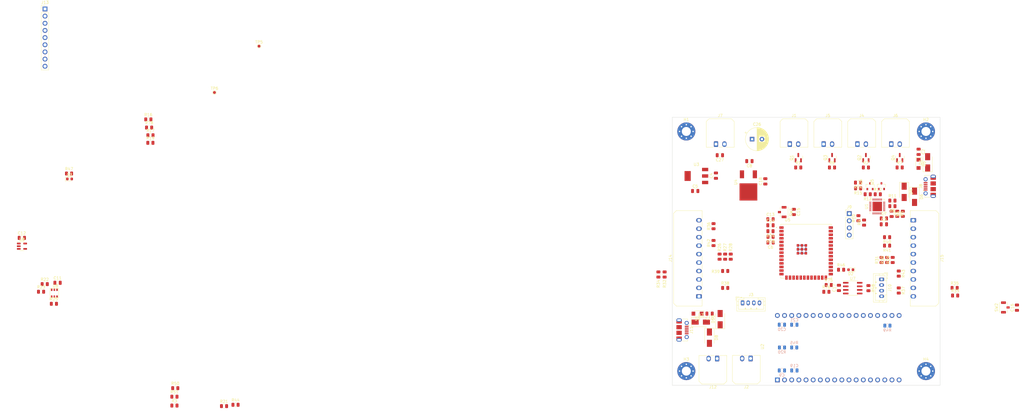
<source format=kicad_pcb>
(kicad_pcb (version 20211014) (generator pcbnew)
  (layers (0 "F.Cu" signal) (1 "In1.Cu" signal) (2 "In2.Cu" signal) (31 "B.Cu" signal) (34 "B.Paste" user) (35 "F.Paste" user) (36 "B.SilkS" user "B.Silkscreen") (37 "F.SilkS" user "F.Silkscreen") (38 "B.Mask" user) (39 "F.Mask" user) (44 "Edge.Cuts" user))
  (net 0 "")
  (net 1 "Net-(C1-Pad1)")
  (net 2 "GND")
  (net 3 "Net-(C2-Pad2)")
  (net 4 "+3V3")
  (net 5 "+12V")
  (net 6 "+5V")
  (net 7 "/CHIP_PU")
  (net 8 "Net-(C10-Pad2)")
  (net 9 "/BOOT")
  (net 10 "/VBUS")
  (net 11 "Net-(D2-Pad2)")
  (net 12 "Net-(D3-Pad2)")
  (net 13 "/USB_DP")
  (net 14 "/USB_DN")
  (net 15 "/VBUSB")
  (net 16 "/USB_D+")
  (net 17 "/USB_D-")
  (net 18 "Net-(H1-Pad1)")
  (net 19 "Net-(H2-Pad1)")
  (net 20 "Net-(H3-Pad1)")
  (net 21 "Net-(H4-Pad1)")
  (net 22 "Net-(J1-Pad2)")
  (net 23 "Net-(J2-Pad1)")
  (net 24 "/ESTOP_M")
  (net 25 "/ESTOP_W")
  (net 26 "/nESTOP_W")
  (net 27 "Net-(J3-Pad4)")
  (net 28 "Net-(J4-Pad2)")
  (net 29 "Net-(J5-Pad2)")
  (net 30 "Net-(J6-Pad2)")
  (net 31 "/U0TXD")
  (net 32 "/U0RXD")
  (net 33 "/CAN+")
  (net 34 "/CAN-")
  (net 35 "/ESTOP_OUT")
  (net 36 "/GPIO46")
  (net 37 "/GPIO9")
  (net 38 "/GPIO10")
  (net 39 "/GPIO11")
  (net 40 "/GPIO12")
  (net 41 "/GPIO13")
  (net 42 "/GPIO14")
  (net 43 "/GPIO21")
  (net 44 "/GPIO47")
  (net 45 "/DIR+_1")
  (net 46 "Net-(J14-Pad2)")
  (net 47 "Net-(J14-Pad4)")
  (net 48 "/ENA-_1")
  (net 49 "/INP+_1")
  (net 50 "/ALM+_1")
  (net 51 "/DIR+_2")
  (net 52 "Net-(J15-Pad2)")
  (net 53 "Net-(J15-Pad4)")
  (net 54 "/ENA-_2")
  (net 55 "/INP+_2")
  (net 56 "/ALM+_2")
  (net 57 "/LAMP1_ON")
  (net 58 "/LAMP3_ON")
  (net 59 "/LAMP2_ON")
  (net 60 "/LAMP4_ON")
  (net 61 "Net-(Q5-Pad3)")
  (net 62 "Net-(Q5-Pad1)")
  (net 63 "/RTS")
  (net 64 "Net-(Q6-Pad3)")
  (net 65 "Net-(Q6-Pad1)")
  (net 66 "/DTR")
  (net 67 "Net-(R8-Pad2)")
  (net 68 "Net-(R9-Pad2)")
  (net 69 "Net-(R10-Pad2)")
  (net 70 "Net-(R11-Pad1)")
  (net 71 "Net-(R22-Pad1)")
  (net 72 "Net-(R23-Pad1)")
  (net 73 "Net-(R24-Pad1)")
  (net 74 "Net-(R25-Pad2)")
  (net 75 "/ESTOP_OUT_N")
  (net 76 "/ENA-_1_IO")
  (net 77 "/ENA-_2_IO")
  (net 78 "/PUL-_1")
  (net 79 "/DIR-_1")
  (net 80 "/PUL-_2")
  (net 81 "/DIR-_2")
  (net 82 "/5V_LORA")
  (net 83 "/LED2")
  (net 84 "/LED1")
  (net 85 "/CAN_TX")
  (net 86 "Net-(R75-Pad2)")
  (net 87 "/CAN_RX")
  (net 88 "Net-(R76-Pad2)")
  (net 142 "/3V3_LORA")
  (footprint "Resistor_SMD:R_0805_2012Metric" (layer "F.Cu") (at -104.9 151.95)
    (fp_text reference "R44")
    (fp_text value "0")
  )
  (footprint "Resistor_SMD:R_0805_2012Metric" (layer "F.Cu") (at -163.95 69.925)
    (fp_text reference "R47")
    (fp_text value "330")
  )
  (footprint "MountingHole:MountingHole_3.2mm_M3_Pad_Via" (layer "F.Cu") (at 55 140)
    (fp_text reference "H3")
    (fp_text value "M3")
  )
  (footprint "Resistor_SMD:R_0805_2012Metric" (layer "F.Cu") (at -135.55 53.625)
    (fp_text reference "R78")
    (fp_text value "0")
  )
  (footprint "Capacitor_SMD:C_0805_2012Metric" (layer "F.Cu") (at 84.85 86.15)
    (fp_text reference "C13")
    (fp_text value "22uF")
  )
  (footprint "Capacitor_SMD:C_0805_2012Metric" (layer "F.Cu") (at -168.025 108.675)
    (fp_text reference "C11")
    (fp_text value "0.1u")
  )
  (footprint "Resistor_SMD:R_0805_2012Metric" (layer "F.Cu") (at 129.825 84.2 -90)
    (fp_text reference "R5")
    (fp_text value "47.5K")
  )
  (footprint "Capacitor_SMD:C_0805_2012Metric" (layer "F.Cu") (at 84.875 94.375 180)
    (fp_text reference "C6")
    (fp_text value "1uF")
  )
  (footprint "Capacitor_SMD:C_0805_2012Metric" (layer "F.Cu") (at 58.15 76.125)
    (fp_text reference "C5")
    (fp_text value "10u")
  )
  (footprint "Connector_PinHeader_2.54mm:PinHeader_1x04_P2.54mm_Vertical" (layer "F.Cu") (at 112.8 84.145)
    (fp_text reference "J9")
    (fp_text value "UART BACKUP")
  )
  (footprint "Resistor_SMD:R_0805_2012Metric" (layer "F.Cu") (at 130.35 105.4125 -90)
    (fp_text reference "R43")
    (fp_text value "4.7k")
  )
  (footprint "Resistor_SMD:R_0805_2012Metric" (layer "F.Cu") (at 122.9125 77.275)
    (fp_text reference "R12")
    (fp_text value "10k")
  )
  (footprint "Connector_Molex:Molex_Micro-Fit_3.0_43650-0200_1x02_P3.00mm_Horizontal" (layer "F.Cu") (at 65.525 59.495)
    (fp_text reference "J7")
    (fp_text value "PWR_IN")
  )
  (footprint "Capacitor_SMD:C_0805_2012Metric" (layer "F.Cu") (at 65.5 70.675 90)
    (fp_text reference "C4")
    (fp_text value "10u")
  )
  (footprint "Resistor_SMD:R_0805_2012Metric" (layer "F.Cu") (at 106.675 67.775)
    (fp_text reference "R6")
    (fp_text value "1k")
  )
  (footprint "Resistor_SMD:R_0805_2012Metric" (layer "F.Cu") (at 84.875 92.375 180)
    (fp_text reference "R18")
    (fp_text value "10k")
  )
  (footprint "Capacitor_SMD:C_0805_2012Metric" (layer "F.Cu") (at 125.075 85.85)
    (fp_text reference "C7")
    (fp_text value "0.1u")
  )
  (footprint "Resistor_SMD:R_0805_2012Metric" (layer "F.Cu") (at 84.85 90.375 180)
    (fp_text reference "R24")
    (fp_text value "0")
  )
  (footprint "Diode_SMD:D_SMA" (layer "F.Cu") (at 132.275 76.425 -90)
    (fp_text reference "D4")
    (fp_text value "SMAJ5.0CA")
  )
  (footprint "Resistor_SMD:R_0805_2012Metric" (layer "F.Cu") (at 150.35 113.2)
    (fp_text reference "R33")
    (fp_text value "0")
  )
  (footprint "Resistor_SMD:R_0805_2012Metric" (layer "F.Cu") (at 115.9375 75.175 180)
    (fp_text reference "R15")
    (fp_text value "0")
  )
  (footprint "Resistor_SMD:R_0805_2012Metric" (layer "F.Cu") (at -135.105 59.03)
    (fp_text reference "R19")
    (fp_text value "0")
  )
  (footprint "Capacitor_THT:CP_Radial_D8.0mm_P3.50mm" (layer "F.Cu") (at 78.325 57.725)
    (fp_text reference "C26")
    (fp_text value "33uF")
  )
  (footprint "Resistor_SMD:R_0805_2012Metric" (layer "F.Cu") (at 64.65 88.6 90)
    (fp_text reference "R36")
    (fp_text value "4.7k")
  )
  (footprint "MountingHole:MountingHole_3.2mm_M3_Pad_Via" (layer "F.Cu") (at 140 140)
    (fp_text reference "H4")
    (fp_text value "M3")
  )
  (footprint "Resistor_SMD:R_0805_2012Metric" (layer "F.Cu") (at 104.675 111.875)
    (fp_text reference "R76")
    (fp_text value "0")
  )
  (footprint "Resistor_SMD:R_0805_2012Metric" (layer "F.Cu") (at -126.575 149.075)
    (fp_text reference "R51")
    (fp_text value "0")
  )
  (footprint "Resistor_SMD:R_0805_2012Metric" (layer "F.Cu") (at -172.575 109.15)
    (fp_text reference "R22")
    (fp_text value "0")
  )
  (footprint "Resistor_SMD:R_0805_2012Metric" (layer "F.Cu") (at 128.1 79.525)
    (fp_text reference "R11")
    (fp_text value "10k")
  )
  (footprint "controlLib:74LVC1G97W6-7" (layer "F.Cu") (at -169.163196 112.363197)
    (fp_text reference "U6")
    (fp_text value "74LVC1G97W6-7")
  )
  (footprint "Diode_SMD:D_SMA" (layer "F.Cu") (at 63.2 128.15 -90)
    (fp_text reference "D8")
    (fp_text value "SMAJ5.0CA")
  )
  (footprint "Resistor_SMD:R_0805_2012Metric" (layer "F.Cu") (at 124.25 100.5875 90)
    (fp_text reference "R31")
    (fp_text value "0")
  )
  (footprint "controlLib:TRANS_SS8050-G" (layer "F.Cu") (at 120.1625 74.425 90)
    (fp_text reference "Q6")
    (fp_text value "SS8050-G")
  )
  (footprint "Package_DFN_QFN:QFN-28-1EP_5x5mm_P0.5mm_EP3.35x3.35mm" (layer "F.Cu") (at 122.725 81.6 90)
    (fp_text reference "U1")
    (fp_text value "CP2102N-A02-GQFN28")
  )
  (footprint "Resistor_SMD:R_0805_2012Metric" (layer "F.Cu") (at 115.9125 73.15 180)
    (fp_text reference "R14")
    (fp_text value "0")
  )
  (footprint "Resistor_SMD:R_0805_2012Metric" (layer "F.Cu") (at 118.7 67.775)
    (fp_text reference "R2")
    (fp_text value "1k")
  )
  (footprint "Diode_SMD:D_SMA" (layer "F.Cu") (at 135.95 78.175 -90)
    (fp_text reference "D6")
    (fp_text value "SMAJ5.0CA")
  )
  (footprint "Resistor_SMD:R_0805_2012Metric" (layer "F.Cu") (at -135.075 56.35)
    (fp_text reference "R17")
    (fp_text value "0")
  )
  (footprint "Resistor_SMD:R_0805_2012Metric" (layer "F.Cu") (at -173.875 111.85)
    (fp_text reference "R23")
    (fp_text value "0")
  )
  (footprint "Capacitor_SMD:C_0805_2012Metric" (layer "F.Cu") (at 137.4 62.225 -90)
    (fp_text reference "C2")
    (fp_text value "10u")
  )
  (footprint "TestPoint:TestPoint_Pad_D1.0mm" (layer "F.Cu") (at -96.565 24.75)
    (fp_text reference "TP5")
    (fp_text value "TestPoint")
  )
  (footprint "Resistor_SMD:R_0805_2012Metric" (layer "F.Cu") (at 126.225 100.5875 90)
    (fp_text reference "R30")
    (fp_text value "0")
  )
  (footprint "MountingHole:MountingHole_3.2mm_M3_Pad_Via" (layer "F.Cu") (at 55 55)
    (fp_text reference "H1")
    (fp_text value "M3")
  )
  (footprint "Diode_SMD:D_SMA" (layer "F.Cu") (at 60.135 122.625)
    (fp_text reference "D7")
    (fp_text value "SMAJ5.0CA")
  )
  (footprint "Resistor_SMD:R_0805_2012Metric" (layer "F.Cu") (at -135.825 50.725)
    (fp_text reference "R16")
    (fp_text value "0")
  )
  (footprint "Resistor_SMD:R_0805_2012Metric" (layer "F.Cu") (at 70.75 99.4125 -90)
    (fp_text reference "R28")
    (fp_text value "0")
  )
  (footprint "Connector_Molex:Molex_Micro-Fit_3.0_43650-1000_1x10_P3.00mm_Horizontal" (layer "F.Cu") (at 59.495 113.5 90)
    (fp_text reference "J14")
    (fp_text value "MOTOR_CTRL1")
  )
  (footprint "Capacitor_SMD:C_0805_2012Metric" (layer "F.Cu") (at 109.125 110.5 90)
    (fp_text reference "C17")
    (fp_text value "10nF")
  )
  (footprint "Connector_Molex:Molex_Micro-Fit_3.0_43650-1000_1x10_P3.00mm_Horizontal" (layer "F.Cu") (at 135.505 86.5 -90)
    (fp_text reference "J15")
    (fp_text value "MOTOR_CTRL2")
  )
  (footprint "Resistor_SMD:R_0805_2012Metric" (layer "F.Cu") (at 64.65 94.575 90)
    (fp_text reference "R42")
    (fp_text value "4.7k")
  )
  (footprint "controlLib:AZ1117IH-5.0TRG1" (layer "F.Cu") (at 58.575 70.8)
    (fp_text reference "U3")
    (fp_text value "AZ1117IH-5.0TRG1")
  )
  (footprint "Resistor_SMD:R_0805_2012Metric" (layer "F.Cu") (at 68.7875 104.5)
    (fp_text reference "R39")
    (fp_text value "0")
  )
  (footprint "Package_TO_SOT_SMD:SOT-23" (layer "F.Cu") (at 94.725 64.3 90)
    (fp_text reference "Q1")
    (fp_text value "2N7002")
  )
  (footprint "Button_Switch_SMD:SW_SPST_B3U-1100P-B" (layer "F.Cu") (at 168.32 117.425 90)
    (fp_text reference "SW2")
    (fp_text value "SW_Push")
  )
  (footprint "Resistor_SMD:R_0805_2012Metric" (layer "F.Cu") (at 68.7875 110.5)
    (fp_text reference "R38")
    (fp_text value "0")
  )
  (footprint "Connector_USB:USB_Micro-B_Molex-105017-0001" (layer "F.Cu") (at 141.335 74.45 90)
    (fp_text reference "J8")
    (fp_text value "USB_B_Micro")
  )
  (footprint "controlLib:LD1086DT33TR" (layer "F.Cu") (at 77.025 79.5 90)
    (fp_text reference "U4")
    (fp_text value "LD1086DT33TR")
  )
  (footprint "Connector_Molex:Molex_Micro-Fit_3.0_43650-0200_1x02_P3.00mm_Horizontal" (layer "F.Cu") (at 65.925 135.555 180)
    (fp_text reference "J12")
    (fp_text value "Conn_01x02")
  )
  (footprint "Connector_Molex:Molex_Micro-Fit_3.0_43650-0200_1x02_P3.00mm_Horizontal" (layer "F.Cu") (at 77.8 135.53 180)
    (fp_text reference "J2")
    (fp_text value "ESTOP1")
  )
  (footprint "Connector_Molex:Molex_Micro-Fit_3.0_43650-0200_1x02_P3.00mm_Horizontal" (layer "F.Cu") (at 103.7 59.495)
    (fp_text reference "J5")
    (fp_text value "Lamp 2 Out")
  )
  (footprint "Connector_PinHeader_2.54mm:PinHeader_1x09_P2.54mm_Vertical" (layer "F.Cu") (at -172.475 11.55)
    (fp_text reference "J13")
    (fp_text value "AVAILABLE GPIO")
  )
  (footprint "Resistor_SMD:R_0805_2012Metric" (layer "F.Cu") (at 119.6 110.575 -90)
    (fp_text reference "R48")
    (fp_text value "120")
  )
  (footprint "Diode_SMD:D_SMA" (layer "F.Cu") (at 140.6 65.95 90)
    (fp_text reference "D1")
    (fp_text value "SMAJ5.0CA")
  )
  (footprint "controlLib:XCVR_ESP32-S3-WROOM-1U" (layer "F.Cu") (at 97.5 97.5)
    (fp_text reference "U5")
    (fp_text value "ESP32-S3-WROOM-1U")
  )
  (footprint "Button_Switch_SMD:SW_SPST_B3U-1100P-B" (layer "F.Cu") (at 88.855 83.6 -90)
    (fp_text reference "SW1")
    (fp_text value "SW_Push")
  )
  (footprint "Package_TO_SOT_SMD:SOT-23" (layer "F.Cu") (at 118.7 64.3 90)
    (fp_text reference "Q2")
    (fp_text value "2N7002")
  )
  (footprint "Resistor_SMD:R_0805_2012Metric" (layer "F.Cu") (at 126.2125 95.5 180)
    (fp_text reference "R41")
    (fp_text value "0")
  )
  (footprint "Resistor_SMD:R_0805_2012Metric" (layer "F.Cu") (at 68.775 99.4125 -90)
    (fp_text reference "R27")
    (fp_text value "0")
  )
  (footprint "Capacitor_SMD:C_0805_2012Metric" (layer "F.Cu") (at 63.25 119.625 180)
    (fp_text reference "C10")
    (fp_text value "10u")
  )
  (footprint "Resistor_SMD:R_0805_2012Metric" (layer "F.Cu") (at 66.8 99.4125 -90)
    (fp_text reference "R26")
    (fp_text value "0")
  )
  (footprint "Resistor_SMD:R_0805_2012Metric" (layer "F.Cu") (at 94.7 67.775)
    (fp_text reference "R1")
    (fp_text value "1k")
  )
  (footprint "Resistor_SMD:R_0805_2012Metric" (layer "F.Cu") (at -126.275 146.05)
    (fp_text reference "R50")
    (fp_text value "0")
  )
  (footprint "Diode_SMD:D_SMA" (layer "F.Cu") (at 67 121.575 90)
    (fp_text reference "D10")
    (fp_text value "SMAJ5.0CA")
  )
  (footprint "Resistor_SMD:R_0805_2012Metric" (layer "F.Cu") (at 119.3375 77.275 180)
    (fp_text reference "R13")
    (fp_text value "10k")
  )
  (footprint "Package_TO_SOT_SMD:SOT-23" (layer "F.Cu") (at 106.7 64.3 90)
    (fp_text reference "Q3")
    (fp_text value "2N7002")
  )
  (footprint "Resistor_SMD:R_0805_2012Metric" (layer "F.Cu") (at 128.2 100.5875 90)
    (fp_text reference "R29")
    (fp_text value "0")
  )
  (footprint "Resistor_SMD:R_0805_2012Metric" (layer "F.Cu") (at 47.3 105.7375 -90)
    (fp_text reference "R32")
    (fp_text value "0")
  )
  (footprint "TestPoint:TestPoint_Pad_D1.0mm" (layer "F.Cu") (at -112.375 41.18)
    (fp_text reference "TP6")
    (fp_text value "TestPoint")
  )
  (footprint "Capacitor_SMD:C_0805_2012Metric" (layer "F.Cu") (at 172.275 117.5 90)
    (fp_text reference "C16")
    (fp_text value "0.1uF")
  )
  (footprint "Connector_Molex:Molex_Micro-Fit_3.0_43650-0200_1x02_P3.00mm_Horizontal" (layer "F.Cu") (at 91.7 59.495)
    (fp_text reference "J1")
    (fp_text value "Lamp 1 Out")
  )
  (footprint "Package_TO_SOT_SMD:SOT-23" (layer "F.Cu") (at 130.7 64.3 90)
    (fp_text reference "Q4")
    (fp_text value "2N7002")
  )
  (footprint "Resistor_SMD:R_0805_2012Metric" (layer "F.Cu") (at 128.1 81.5 180)
    (fp_text reference "R8")
    (fp_text value "1k")
  )
  (footprint "Resistor_SMD:R_0805_2012Metric" (layer "F.Cu") (at 118.05 87.325 90)
    (fp_text reference "R9")
    (fp_text value "0")
  )
  (footprint "Diode_SMD:D_SMF" (layer "F.Cu") (at 58.975 119.625 180)
    (fp_text reference "D9")
    (fp_text value "SL04-E3-08")
  )
  (footprint "Package_TO_SOT_SMD:SOT-23-5" (layer "F.Cu") (at -180.65 95.7)
    (fp_text reference "U8")
    (fp_text value "SN74LVC1GU04DBVR")
  )
  (footprint "Resistor_SMD:R_0805_2012Metric" (layer "F.Cu") (at -126.575 152.225)
    (fp_text reference "R3")
    (fp_text value "1k")
  )
  (footprint "Capacitor_SMD:C_0805_2012Metric" (layer "F.Cu") (at 66.9 63.425 180)
    (fp_text reference "C27")
    (fp_text value "0.1uF")
  )
  (footprint "Resistor_SMD:R_0805_2012Metric" (layer "F.Cu") (at 131.8 84.2 90)
    (fp_text reference "R4")
    (fp_text value "22.1K")
  )
  (footprint "controlLib:Lora_Module" (layer "F.Cu") (at 87.3 143.13 90)
    (fp_text reference "U2")
    (fp_text value "Lora_Module")
  )
  (footprint "Resistor_SMD:R_0805_2012Metric" (layer "F.Cu") (at 109.9 104.05)
    (fp_text reference "R46")
    (fp_text value "330")
  )
  (footprint "Resistor_SMD:R_0805_2012Metric" (layer "F.Cu") (at -169.325 116.125)
    (fp_text reference "R25")
    (fp_text value "0")
  )
  (footprint "Resistor_SMD:R_0805_2012Metric" (layer "F.Cu") (at -108.975 152.425)
    (fp_text reference "R21")
    (fp_text value "0")
  )
  (footprint "Capacitor_SMD:C_0805_2012Metric" (layer "F.Cu") (at 127.825 84.225 -90)
    (fp_text reference "C1")
    (fp_text value "1u")
  )
  (footprint "Capacitor_SMD:C_0805_2012Metric" (layer "F.Cu") (at 125.075 87.925)
    (fp_text reference "C3")
    (fp_text value "4.7u")
  )
  (footprint "Connector_USB:USB_Micro-B_Molex-105017-0001" (layer "F.Cu") (at 53.675 125.425 -90)
    (fp_text reference "J11")
    (fp_text value "USB_B_Micro")
  )
  (footprint "Connector_Molex:Molex_Micro-Fit_3.0_43650-0200_1x02_P3.00mm_Horizontal" (layer "F.Cu") (at 127.7 59.495)
    (fp_text reference "J6")
    (fp_text value "Lamp 4 Out")
  )
  (footprint "Connector_JST:JST_PH_B4B-PH-K_1x04_P2.00mm_Vertical" (layer "F.Cu") (at 74.95 115.8)
    (fp_text reference "J3")
    (fp_text value "ESTOP2")
  )
  (footprint "Resistor_SMD:R_0805_2012Metric" (layer "F.Cu") (at 116.05 85.775 90)
    (fp_text reference "R10")
    (fp_text value "0")
  )
  (footprint "Connector_JST:JST_PH_B4B-PH-K_1x04_P2.00mm_Vertical" (layer "F.Cu") (at 124.275 107.475 -90)
    (fp_text reference "J10")
    (fp_text value "CAN")
  )
  (footprint "Resistor_SMD:R_0805_2012Metric" (layer "F.Cu") (at 130.35 111.4125 -90)
    (fp_text reference "R37")
    (fp_text value "4.7k")
  )
  (footprint "Resistor_SMD:R_0805_2012Metric" (layer "F.Cu") (at 126.2125 92.5 180)
    (fp_text reference "R40")
    (fp_text value "0")
  )
  (footprint "Resistor_SMD:R_0805_2012Metric" (layer "F.Cu") (at 150.175 110.5)
    (fp_text reference "R35")
    (fp_text value "0")
  )
  (footprint "LED_SMD:LED_0603_1608Metric" (layer "F.Cu") (at -163.775 71.85)
    (fp_text reference "D3")
    (fp_text value "RED")
  )
  (footprint "Resistor_SMD:R_0805_2012Metric" (layer "F.Cu") (at 45.1 105.7375 90)
    (fp_text reference "R34")
    (fp_text value "0")
  )
  (footprint "Capacitor_SMD:C_0805_2012Metric" (layer "F.Cu") (at 84.85 88.275)
    (fp_text reference "C14")
    (fp_text value "0.1uF")
  )
  (footprint "MountingHole:MountingHole_3.2mm_M3_Pad_Via" (layer "F.Cu") (at 140 55)
    (fp_text reference "H2")
    (fp_text value "M3")
  )
  (footprint "Resistor_SMD:R_0805_2012Metric" (layer "F.Cu") (at 130.675 67.775)
    (fp_text reference "R7")
    (fp_text value "1k")
  )
  (footprint "controlLib:TRANS_SS8050-G" (layer "F.Cu") (at 124.2125 74.4 90)
    (fp_text reference "Q5")
    (fp_text value "SS8050-G")
  )
  (footprint "LED_SMD:LED_0603_1608Metric" (layer "F.Cu") (at 113.325 104.05 180)
    (fp_text reference "D2")
    (fp_text value "RED")
  )
  (footprint "Capacitor_SMD:C_0805_2012Metric" (layer "F.Cu") (at 83.025 72.7 90)
    (fp_text reference "C18")
    (fp_text value "10u")
  )
  (footprint "Diode_SMD:D_SMF" (layer "F.Cu") (at 137.375 66.5 -90)
    (fp_text reference "D5")
    (fp_text value "SL04-E3-08")
  )
  (footprint "Resistor_SMD:R_0805_2012Metric" (layer "F.Cu") (at 105.525 109.45)
    (fp_text reference "R75")
    (fp_text value "0")
  )
  (footprint "Connector_Molex:Molex_Micro-Fit_3.0_43650-0200_1x02_P3.00mm_Horizontal" (layer "F.Cu") (at 115.7 59.495)
    (fp_text reference "J4")
    (fp_text value "Lamp 3 Out")
  )
  (footprint "Capacitor_SMD:C_0805_2012Metric" (layer "F.Cu") (at 93.125 83.55 -90)
    (fp_text reference "C15")
    (fp_text value "0.1uF")
  )
  (footprint "Capacitor_SMD:C_0805_2012Metric" (layer "F.Cu") (at 77.375 65.525 180)
    (fp_text reference "C8")
    (fp_text value "10u")
  )
  (footprint "Package_SO:SOIC-8_3.9x4.9mm_P1.27mm" (layer "F.Cu") (at 114.025 110.575)
    (fp_text reference "U7")
    (fp_text value "SN65HVD232")
  )
  (footprint "Capacitor_SMD:C_0805_2012Metric" (layer "F.Cu") (at -180.7 92.75)
    (fp_text reference "C12")
    (fp_text value "0.1u")
  )
  (footprint "Resistor_SMD:R_0805_2012Metric" (layer "B.Cu") (at 126.325 123.875)
    (fp_text reference "R49")
    (fp_text value "4.7k")
  )
  (footprint "Resistor_SMD:R_0805_2012Metric" (layer "B.Cu") (at 93.275 131.625 180)
    (fp_text reference "R45")
    (fp_text value "0")
  )
  (footprint "Capacitor_SMD:C_0805_2012Metric" (layer "B.Cu") (at 93.3 123.55 180)
    (fp_text reference "C21")
    (fp_text value "0.1u")
  )
  (footprint "Capacitor_SMD:C_0805_2012Metric" (layer "B.Cu") (at 93.325 139.775 180)
    (fp_text reference "C19")
    (fp_text value "0.1u")
  )
  (footprint "Capacitor_SMD:C_0805_2012Metric" (layer "B.Cu") (at 88.9 123.55)
    (fp_text reference "C20")
    (fp_text value "0.1u")
  )
  (footprint "Resistor_SMD:R_0805_2012Metric" (layer "B.Cu") (at 88.9375 131.625)
    (fp_text reference "R20")
    (fp_text value "0")
  )
  (footprint "Capacitor_SMD:C_0805_2012Metric" (layer "B.Cu") (at 88.9 139.775)
    (fp_text reference "C9")
    (fp_text value "0.1u")
  )
  (gr_line (start 50 145) (end 50 50) (layer "Edge.Cuts") (width 0.1))
  (gr_line (start 145 50) (end 145 145) (layer "Edge.Cuts") (width 0.1))
  (gr_line (start 50 145) (end 145 145) (layer "Edge.Cuts") (width 0.1))
  (gr_line (start 145 50) (end 50 50) (layer "Edge.Cuts") (width 0.1))
  (segment (start 116.0475 86.685) (end 116.05 86.6875) (width 0.25) (layer "F.Cu") (net 31))
  (segment (start 119.5 109.6125) (end 119.6375 109.475) (width 0.2) (layer "F.Cu") (net 33))
)
</source>
